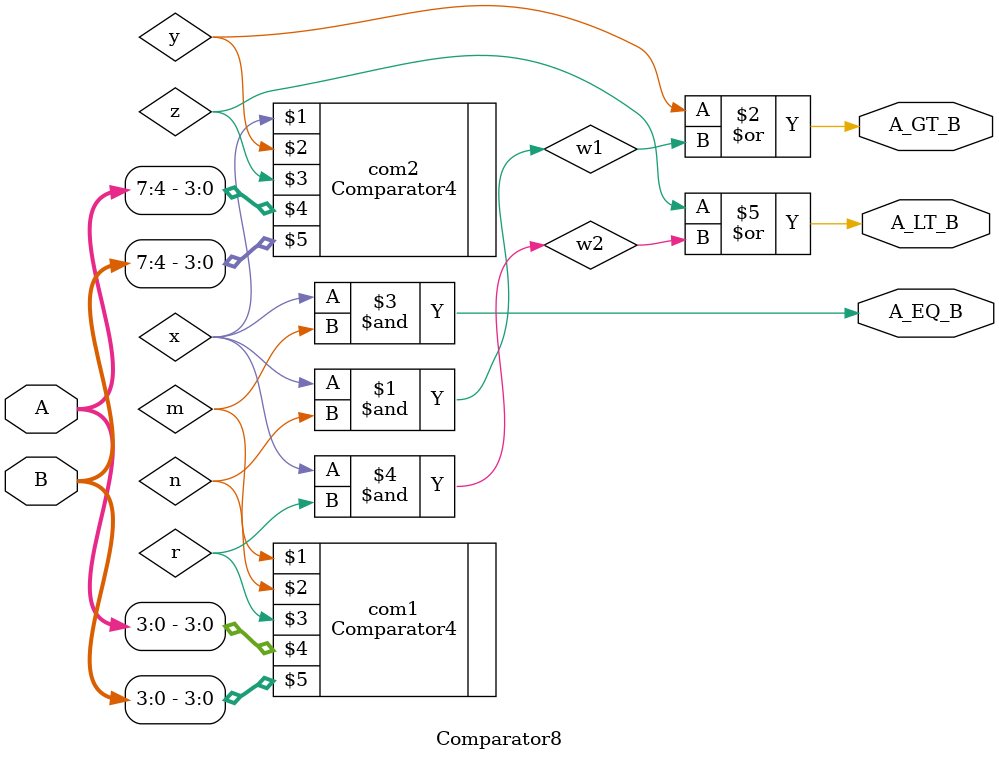
<source format=v>

module Comparator8(A_GT_B,A_LT_B,A_EQ_B,A,B);

input [7:0] A,B;
wire x,y,z,m,n,r;
wire w1,w2;
output A_GT_B,A_LT_B,A_EQ_B;

Comparator4 com1(m,n,r,A[3:0],B[3:0]);
Comparator4 com2(x,y,z,A[7:4],B[7:4]);

and a1(w1,x,n);
or o1(A_GT_B,y,w1);

and a2(A_EQ_B,x,m);

and a3(w2,x,r);
or o2(A_LT_B,z,w2);

endmodule
</source>
